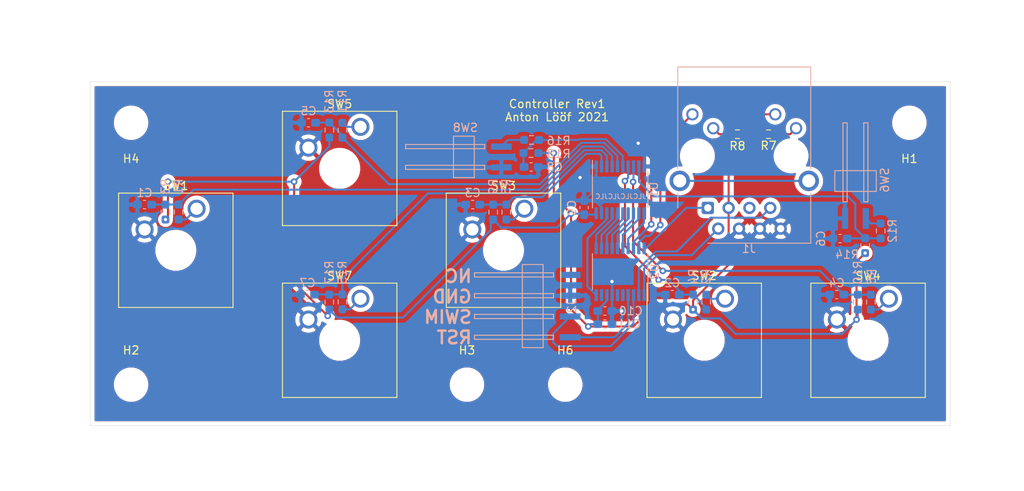
<source format=kicad_pcb>
(kicad_pcb (version 20171130) (host pcbnew "(5.1.9)-1")
  (layers (0 F.Cu signal) (31 B.Cu signal) (34 B.Paste user) (35 F.Paste user) (36 B.SilkS user) (37 F.SilkS user) (38 B.Mask user) (39 F.Mask user) (44 Edge.Cuts user))
  (net 0 "")
  (net 1 GND)
  (net 2 sw_left)
  (net 3 sw_a0)
  (net 4 sw_right)
  (net 5 sw_a1)
  (net 6 sw_up)
  (net 7 sw_back_r)
  (net 8 sw_down)
  (net 9 sw_back_l)
  (net 10 3v3)
  (net 11 /rst)
  (net 12 /swim)
  (net 13 "Net-(J2-Pad1)")
  (net 14 "Net-(R1-Pad2)")
  (net 15 "Net-(R2-Pad2)")
  (net 16 "Net-(R5-Pad2)")
  (net 17 "Net-(R6-Pad2)")
  (net 18 "Net-(J1-Pad12)")
  (net 19 "Net-(J1-Pad10)")
  (net 20 "Net-(R11-Pad2)")
  (net 21 "Net-(R12-Pad2)")
  (net 22 "Net-(R15-Pad2)")
  (net 23 "Net-(R16-Pad2)")
  (net 24 "Net-(U1-Pad18)")
  (net 25 "Net-(U1-Pad17)")
  (net 26 "Net-(U1-Pad16)")
  (net 27 "Net-(U1-Pad15)")
  (net 28 "Net-(U1-Pad14)")
  (net 29 "Net-(U1-Pad13)")
  (net 30 "Net-(U1-Pad12)")
  (net 31 "Net-(U1-Pad11)")
  (net 32 tx)
  (net 33 rxled)
  (net 34 txled)
  (net 35 "Net-(U2-Pad9)")
  (net 36 "Net-(U2-Pad6)")
  (net 37 "Net-(U2-Pad5)")
  (net 38 connected)
  (net 39 rx)
  (net 40 "Net-(J1-Pad5)")
  (net 41 "Net-(J1-PadSH)")
  (module Resistor_SMD:R_0603_1608Metric_Pad0.98x0.95mm_HandSolder (layer F.Cu) (at 132.0125 58.9 180)
    (fp_text reference R8 (at 0 -1.43) (layer F.SilkS))
    (fp_text value 330)
    (pad 2 smd roundrect (at 0.9125 0 180) (size 0.975 0.95) (layers F.Cu F.Paste F.Mask) (net 19 "Net-(J1-Pad10)"))
    (pad 1 smd roundrect (at -0.9125 0 180) (size 0.975 0.95) (layers F.Cu F.Paste F.Mask) (net 10 3v3))
  )
  (module good_things:TSM-102-01-l_SH (layer B.Cu) (at 100.4 61.7 270)
    (fp_text reference SW8 (at -3.6 1.6 180) (layer B.SilkS) (effects (justify mirror)))
    (fp_text value SW_back_l)
    (pad 1 smd rect (at -1.2895 -2.794 270) (size 0.762 2.54) (layers B.Cu B.Paste B.Mask) (net 23 "Net-(R16-Pad2)"))
    (pad 2 smd rect (at 1.2505 -2.794 270) (size 0.762 2.54) (layers B.Cu B.Paste B.Mask) (net 1 GND))
  )
  (module good_things:TSM-102-01-l_SH (layer B.Cu) (at 146.4 66.4 180)
    (fp_text reference SW6 (at -3.6 1.9 90) (layer B.SilkS) (effects (justify mirror)))
    (fp_text value SW_back_r)
    (pad 1 smd rect (at -1.2895 -2.794 180) (size 0.762 2.54) (layers B.Cu B.Paste B.Mask) (net 21 "Net-(R12-Pad2)"))
    (pad 2 smd rect (at 1.2505 -2.794 180) (size 0.762 2.54) (layers B.Cu B.Paste B.Mask) (net 1 GND))
  )
  (module Connector_RJ:RJ45_Cetus_J1B1211CCD_Horizontal (layer B.Cu) (at 128.4 67.9)
    (fp_text reference J1 (at 5 5) (layer B.SilkS) (effects (justify mirror)))
    (fp_text value j0011d21bnl)
    (pad 11 thru_hole circle (at 8.23 -11.43) (size 1.5 1.5) (drill 1.02) (layers *.Cu *.Mask) (net 34 txled))
    (pad 12 thru_hole circle (at 10.77 -9.73) (size 1.5 1.5) (drill 1.02) (layers *.Cu *.Mask) (net 18 "Net-(J1-Pad12)"))
    (pad 10 thru_hole circle (at 0.66 -9.73) (size 1.5 1.5) (drill 1.02) (layers *.Cu *.Mask) (net 19 "Net-(J1-Pad10)"))
    (pad 9 thru_hole circle (at -1.88 -11.43) (size 1.5 1.5) (drill 1.02) (layers *.Cu *.Mask) (net 33 rxled))
    (pad SH thru_hole circle (at 12.32 -3.3) (size 2.5 2.5) (drill 1.6) (layers *.Cu *.Mask) (net 41 "Net-(J1-PadSH)"))
    (pad 8 thru_hole circle (at 8.89 2.54) (size 1.5 1.5) (drill 0.9) (layers *.Cu *.Mask) (net 1 GND))
    (pad SH thru_hole circle (at -3.43 -3.3) (size 2.5 2.5) (drill 1.6) (layers *.Cu *.Mask) (net 41 "Net-(J1-PadSH)"))
    (pad 7 thru_hole circle (at 7.62 0) (size 1.5 1.5) (drill 0.9) (layers *.Cu *.Mask) (net 38 connected))
    (pad 6 thru_hole circle (at 6.35 2.54) (size 1.5 1.5) (drill 0.9) (layers *.Cu *.Mask) (net 1 GND))
    (pad 5 thru_hole circle (at 5.08 0) (size 1.5 1.5) (drill 0.9) (layers *.Cu *.Mask) (net 40 "Net-(J1-Pad5)"))
    (pad 4 thru_hole circle (at 3.81 2.54) (size 1.5 1.5) (drill 0.9) (layers *.Cu *.Mask) (net 1 GND))
    (pad 3 thru_hole circle (at 2.54 0) (size 1.5 1.5) (drill 0.9) (layers *.Cu *.Mask) (net 10 3v3))
    (pad 2 thru_hole circle (at 1.27 2.54) (size 1.5 1.5) (drill 0.9) (layers *.Cu *.Mask) (net 39 rx))
    (pad 1 thru_hole roundrect (at 0 0) (size 1.5 1.5) (drill 0.9) (layers *.Cu *.Mask) (roundrect_rratio 0.167) (net 32 tx))
    (pad "" np_thru_hole circle (at -1.27 -6.35) (size 3.25 3.25) (drill 3.25) (layers *.Cu *.Mask))
    (pad "" np_thru_hole circle (at 10.16 -6.35) (size 3.25 3.25) (drill 3.25) (layers *.Cu *.Mask))
  )
  (module Package_SO:TSSOP-20_4.4x6.5mm_P0.65mm (layer B.Cu) (at 117.7 75.7 90)
    (fp_text reference U2 (at 0 4.2 90) (layer B.SilkS) (effects (justify mirror)))
    (fp_text value STM8L101F3P)
    (pad 20 smd roundrect (at 2.8625 2.925 90) (size 1.475 0.4) (layers B.Cu B.Paste B.Mask) (net 32 tx))
    (pad 19 smd roundrect (at 2.8625 2.275 90) (size 1.475 0.4) (layers B.Cu B.Paste B.Mask) (net 34 txled))
    (pad 18 smd roundrect (at 2.8625 1.625 90) (size 1.475 0.4) (layers B.Cu B.Paste B.Mask) (net 33 rxled))
    (pad 17 smd roundrect (at 2.8625 0.975 90) (size 1.475 0.4) (layers B.Cu B.Paste B.Mask) (net 31 "Net-(U1-Pad11)"))
    (pad 16 smd roundrect (at 2.8625 0.325 90) (size 1.475 0.4) (layers B.Cu B.Paste B.Mask) (net 30 "Net-(U1-Pad12)"))
    (pad 15 smd roundrect (at 2.8625 -0.325 90) (size 1.475 0.4) (layers B.Cu B.Paste B.Mask) (net 29 "Net-(U1-Pad13)"))
    (pad 14 smd roundrect (at 2.8625 -0.975 90) (size 1.475 0.4) (layers B.Cu B.Paste B.Mask) (net 28 "Net-(U1-Pad14)"))
    (pad 13 smd roundrect (at 2.8625 -1.625 90) (size 1.475 0.4) (layers B.Cu B.Paste B.Mask) (net 27 "Net-(U1-Pad15)"))
    (pad 12 smd roundrect (at 2.8625 -2.275 90) (size 1.475 0.4) (layers B.Cu B.Paste B.Mask) (net 26 "Net-(U1-Pad16)"))
    (pad 11 smd roundrect (at 2.8625 -2.925 90) (size 1.475 0.4) (layers B.Cu B.Paste B.Mask) (net 25 "Net-(U1-Pad17)"))
    (pad 10 smd roundrect (at -2.8625 -2.925 90) (size 1.475 0.4) (layers B.Cu B.Paste B.Mask) (net 24 "Net-(U1-Pad18)"))
    (pad 9 smd roundrect (at -2.8625 -2.275 90) (size 1.475 0.4) (layers B.Cu B.Paste B.Mask) (net 35 "Net-(U2-Pad9)"))
    (pad 8 smd roundrect (at -2.8625 -1.625 90) (size 1.475 0.4) (layers B.Cu B.Paste B.Mask) (net 10 3v3))
    (pad 7 smd roundrect (at -2.8625 -0.975 90) (size 1.475 0.4) (layers B.Cu B.Paste B.Mask) (net 1 GND))
    (pad 6 smd roundrect (at -2.8625 -0.325 90) (size 1.475 0.4) (layers B.Cu B.Paste B.Mask) (net 36 "Net-(U2-Pad6)"))
    (pad 5 smd roundrect (at -2.8625 0.325 90) (size 1.475 0.4) (layers B.Cu B.Paste B.Mask) (net 37 "Net-(U2-Pad5)"))
    (pad 4 smd roundrect (at -2.8625 0.975 90) (size 1.475 0.4) (layers B.Cu B.Paste B.Mask) (net 11 /rst))
    (pad 3 smd roundrect (at -2.8625 1.625 90) (size 1.475 0.4) (layers B.Cu B.Paste B.Mask) (net 12 /swim))
    (pad 2 smd roundrect (at -2.8625 2.275 90) (size 1.475 0.4) (layers B.Cu B.Paste B.Mask) (net 38 connected))
    (pad 1 smd roundrect (at -2.8625 2.925 90) (size 1.475 0.4) (layers B.Cu B.Paste B.Mask) (net 39 rx))
  )
  (module Package_SO:TSSOP-20_4.4x6.5mm_P0.65mm (layer B.Cu) (at 117.7 65.7 270)
    (fp_text reference U1 (at 0 -4.1 90) (layer B.SilkS) (effects (justify mirror)))
    (fp_text value 74HCT541)
    (pad 20 smd roundrect (at 2.8625 2.925 270) (size 1.475 0.4) (layers B.Cu B.Paste B.Mask) (net 10 3v3))
    (pad 19 smd roundrect (at 2.8625 2.275 270) (size 1.475 0.4) (layers B.Cu B.Paste B.Mask) (net 1 GND))
    (pad 18 smd roundrect (at 2.8625 1.625 270) (size 1.475 0.4) (layers B.Cu B.Paste B.Mask) (net 24 "Net-(U1-Pad18)"))
    (pad 17 smd roundrect (at 2.8625 0.975 270) (size 1.475 0.4) (layers B.Cu B.Paste B.Mask) (net 25 "Net-(U1-Pad17)"))
    (pad 16 smd roundrect (at 2.8625 0.325 270) (size 1.475 0.4) (layers B.Cu B.Paste B.Mask) (net 26 "Net-(U1-Pad16)"))
    (pad 15 smd roundrect (at 2.8625 -0.325 270) (size 1.475 0.4) (layers B.Cu B.Paste B.Mask) (net 27 "Net-(U1-Pad15)"))
    (pad 14 smd roundrect (at 2.8625 -0.975 270) (size 1.475 0.4) (layers B.Cu B.Paste B.Mask) (net 28 "Net-(U1-Pad14)"))
    (pad 13 smd roundrect (at 2.8625 -1.625 270) (size 1.475 0.4) (layers B.Cu B.Paste B.Mask) (net 29 "Net-(U1-Pad13)"))
    (pad 12 smd roundrect (at 2.8625 -2.275 270) (size 1.475 0.4) (layers B.Cu B.Paste B.Mask) (net 30 "Net-(U1-Pad12)"))
    (pad 11 smd roundrect (at 2.8625 -2.925 270) (size 1.475 0.4) (layers B.Cu B.Paste B.Mask) (net 31 "Net-(U1-Pad11)"))
    (pad 10 smd roundrect (at -2.8625 -2.925 270) (size 1.475 0.4) (layers B.Cu B.Paste B.Mask) (net 1 GND))
    (pad 9 smd roundrect (at -2.8625 -2.275 270) (size 1.475 0.4) (layers B.Cu B.Paste B.Mask) (net 7 sw_back_r))
    (pad 8 smd roundrect (at -2.8625 -1.625 270) (size 1.475 0.4) (layers B.Cu B.Paste B.Mask) (net 5 sw_a1))
    (pad 7 smd roundrect (at -2.8625 -0.975 270) (size 1.475 0.4) (layers B.Cu B.Paste B.Mask) (net 3 sw_a0))
    (pad 6 smd roundrect (at -2.8625 -0.325 270) (size 1.475 0.4) (layers B.Cu B.Paste B.Mask) (net 9 sw_back_l))
    (pad 5 smd roundrect (at -2.8625 0.325 270) (size 1.475 0.4) (layers B.Cu B.Paste B.Mask) (net 6 sw_up))
    (pad 4 smd roundrect (at -2.8625 0.975 270) (size 1.475 0.4) (layers B.Cu B.Paste B.Mask) (net 2 sw_left))
    (pad 3 smd roundrect (at -2.8625 1.625 270) (size 1.475 0.4) (layers B.Cu B.Paste B.Mask) (net 8 sw_down))
    (pad 2 smd roundrect (at -2.8625 2.275 270) (size 1.475 0.4) (layers B.Cu B.Paste B.Mask) (net 4 sw_right))
    (pad 1 smd roundrect (at -2.8625 2.925 270) (size 1.475 0.4) (layers B.Cu B.Paste B.Mask) (net 1 GND))
  )
  (module Button_Switch_Keyboard:SW_Cherry_MX_1.00u_Plate (layer F.Cu) (at 86 79)
    (fp_text reference SW7 (at -2.54 -2.794) (layer F.SilkS))
    (fp_text value SW_down)
    (pad "" np_thru_hole circle (at -2.54 5.08) (size 4 4) (drill 4) (layers *.Cu *.Mask))
    (pad 2 thru_hole circle (at -6.35 2.54) (size 2.2 2.2) (drill 1.5) (layers *.Cu *.Mask) (net 1 GND))
    (pad 1 thru_hole circle (at 0 0) (size 2.2 2.2) (drill 1.5) (layers *.Cu *.Mask) (net 22 "Net-(R15-Pad2)"))
  )
  (module Button_Switch_Keyboard:SW_Cherry_MX_1.00u_Plate (layer F.Cu) (at 86 58)
    (fp_text reference SW5 (at -2.54 -2.794) (layer F.SilkS))
    (fp_text value SW_up)
    (pad "" np_thru_hole circle (at -2.54 5.08) (size 4 4) (drill 4) (layers *.Cu *.Mask))
    (pad 2 thru_hole circle (at -6.35 2.54) (size 2.2 2.2) (drill 1.5) (layers *.Cu *.Mask) (net 1 GND))
    (pad 1 thru_hole circle (at 0 0) (size 2.2 2.2) (drill 1.5) (layers *.Cu *.Mask) (net 20 "Net-(R11-Pad2)"))
  )
  (module Button_Switch_Keyboard:SW_Cherry_MX_1.00u_Plate (layer F.Cu) (at 150.5 79)
    (fp_text reference SW4 (at -2.54 -2.794) (layer F.SilkS))
    (fp_text value SW_a1)
    (pad "" np_thru_hole circle (at -2.54 5.08) (size 4 4) (drill 4) (layers *.Cu *.Mask))
    (pad 2 thru_hole circle (at -6.35 2.54) (size 2.2 2.2) (drill 1.5) (layers *.Cu *.Mask) (net 1 GND))
    (pad 1 thru_hole circle (at 0 0) (size 2.2 2.2) (drill 1.5) (layers *.Cu *.Mask) (net 17 "Net-(R6-Pad2)"))
  )
  (module Button_Switch_Keyboard:SW_Cherry_MX_1.00u_Plate (layer F.Cu) (at 106 68)
    (fp_text reference SW3 (at -2.54 -2.794) (layer F.SilkS))
    (fp_text value SW_right)
    (pad "" np_thru_hole circle (at -2.54 5.08) (size 4 4) (drill 4) (layers *.Cu *.Mask))
    (pad 2 thru_hole circle (at -6.35 2.54) (size 2.2 2.2) (drill 1.5) (layers *.Cu *.Mask) (net 1 GND))
    (pad 1 thru_hole circle (at 0 0) (size 2.2 2.2) (drill 1.5) (layers *.Cu *.Mask) (net 16 "Net-(R5-Pad2)"))
  )
  (module Button_Switch_Keyboard:SW_Cherry_MX_1.00u_Plate (layer F.Cu) (at 130.5 79)
    (fp_text reference SW2 (at -2.54 -2.794) (layer F.SilkS))
    (fp_text value SW_a0)
    (pad "" np_thru_hole circle (at -2.54 5.08) (size 4 4) (drill 4) (layers *.Cu *.Mask))
    (pad 2 thru_hole circle (at -6.35 2.54) (size 2.2 2.2) (drill 1.5) (layers *.Cu *.Mask) (net 1 GND))
    (pad 1 thru_hole circle (at 0 0) (size 2.2 2.2) (drill 1.5) (layers *.Cu *.Mask) (net 15 "Net-(R2-Pad2)"))
  )
  (module Button_Switch_Keyboard:SW_Cherry_MX_1.00u_Plate (layer F.Cu) (at 66 68)
    (fp_text reference SW1 (at -2.54 -2.794) (layer F.SilkS))
    (fp_text value SW_left)
    (pad "" np_thru_hole circle (at -2.54 5.08) (size 4 4) (drill 4) (layers *.Cu *.Mask))
    (pad 2 thru_hole circle (at -6.35 2.54) (size 2.2 2.2) (drill 1.5) (layers *.Cu *.Mask) (net 1 GND))
    (pad 1 thru_hole circle (at 0 0) (size 2.2 2.2) (drill 1.5) (layers *.Cu *.Mask) (net 14 "Net-(R1-Pad2)"))
  )
  (module Resistor_SMD:R_0603_1608Metric_Pad0.98x0.95mm_HandSolder (layer B.Cu) (at 106.8125 61.2)
    (fp_text reference R18 (at 3.3875 0.1) (layer B.SilkS) (effects (justify mirror)))
    (fp_text value 10k)
    (pad 2 smd roundrect (at 0.9125 0) (size 0.975 0.95) (layers B.Cu B.Paste B.Mask) (net 10 3v3))
    (pad 1 smd roundrect (at -0.9125 0) (size 0.975 0.95) (layers B.Cu B.Paste B.Mask) (net 9 sw_back_l))
  )
  (module Resistor_SMD:R_0603_1608Metric_Pad0.98x0.95mm_HandSolder (layer B.Cu) (at 82.2 79.4125 270)
    (fp_text reference R17 (at -3.6125 0 90) (layer B.SilkS) (effects (justify mirror)))
    (fp_text value 10k)
    (pad 2 smd roundrect (at 0.9125 0 270) (size 0.975 0.95) (layers B.Cu B.Paste B.Mask) (net 10 3v3))
    (pad 1 smd roundrect (at -0.9125 0 270) (size 0.975 0.95) (layers B.Cu B.Paste B.Mask) (net 8 sw_down))
  )
  (module Resistor_SMD:R_0603_1608Metric_Pad0.98x0.95mm_HandSolder (layer B.Cu) (at 106.8875 59.6 180)
    (fp_text reference R16 (at -3.3125 -0.1) (layer B.SilkS) (effects (justify mirror)))
    (fp_text value 1k)
    (pad 2 smd roundrect (at 0.9125 0 180) (size 0.975 0.95) (layers B.Cu B.Paste B.Mask) (net 23 "Net-(R16-Pad2)"))
    (pad 1 smd roundrect (at -0.9125 0 180) (size 0.975 0.95) (layers B.Cu B.Paste B.Mask) (net 9 sw_back_l))
  )
  (module Resistor_SMD:R_0603_1608Metric_Pad0.98x0.95mm_HandSolder (layer B.Cu) (at 83.8 79.3875 270)
    (fp_text reference R15 (at -3.5875 0 90) (layer B.SilkS) (effects (justify mirror)))
    (fp_text value 1k)
    (pad 2 smd roundrect (at 0.9125 0 270) (size 0.975 0.95) (layers B.Cu B.Paste B.Mask) (net 22 "Net-(R15-Pad2)"))
    (pad 1 smd roundrect (at -0.9125 0 270) (size 0.975 0.95) (layers B.Cu B.Paste B.Mask) (net 8 sw_down))
  )
  (module Resistor_SMD:R_0603_1608Metric_Pad0.98x0.95mm_HandSolder (layer B.Cu) (at 147.6 72.5125 270)
    (fp_text reference R14 (at 1.0875 2.2) (layer B.SilkS) (effects (justify mirror)))
    (fp_text value 10k)
    (pad 2 smd roundrect (at 0.9125 0 270) (size 0.975 0.95) (layers B.Cu B.Paste B.Mask) (net 10 3v3))
    (pad 1 smd roundrect (at -0.9125 0 270) (size 0.975 0.95) (layers B.Cu B.Paste B.Mask) (net 7 sw_back_r))
  )
  (module Resistor_SMD:R_0603_1608Metric_Pad0.98x0.95mm_HandSolder (layer B.Cu) (at 82.2 58.3875 270)
    (fp_text reference R13 (at -3.4875 0 90) (layer B.SilkS) (effects (justify mirror)))
    (fp_text value 10k)
    (pad 2 smd roundrect (at 0.9125 0 270) (size 0.975 0.95) (layers B.Cu B.Paste B.Mask) (net 10 3v3))
    (pad 1 smd roundrect (at -0.9125 0 270) (size 0.975 0.95) (layers B.Cu B.Paste B.Mask) (net 6 sw_up))
  )
  (module Resistor_SMD:R_0603_1608Metric_Pad0.98x0.95mm_HandSolder (layer B.Cu) (at 149.5 70.7125 90)
    (fp_text reference R12 (at 0 1.43 90) (layer B.SilkS) (effects (justify mirror)))
    (fp_text value 1k)
    (pad 2 smd roundrect (at 0.9125 0 90) (size 0.975 0.95) (layers B.Cu B.Paste B.Mask) (net 21 "Net-(R12-Pad2)"))
    (pad 1 smd roundrect (at -0.9125 0 90) (size 0.975 0.95) (layers B.Cu B.Paste B.Mask) (net 7 sw_back_r))
  )
  (module Resistor_SMD:R_0603_1608Metric_Pad0.98x0.95mm_HandSolder (layer B.Cu) (at 83.8 58.4125 90)
    (fp_text reference R11 (at 3.5125 0 90) (layer B.SilkS) (effects (justify mirror)))
    (fp_text value 1k)
    (pad 2 smd roundrect (at 0.9125 0 90) (size 0.975 0.95) (layers B.Cu B.Paste B.Mask) (net 20 "Net-(R11-Pad2)"))
    (pad 1 smd roundrect (at -0.9125 0 90) (size 0.975 0.95) (layers B.Cu B.Paste B.Mask) (net 6 sw_up))
  )
  (module Resistor_SMD:R_0603_1608Metric_Pad0.98x0.95mm_HandSolder (layer B.Cu) (at 146.7 79.4125 270)
    (fp_text reference R10 (at -3.6125 0 90) (layer B.SilkS) (effects (justify mirror)))
    (fp_text value 10k)
    (pad 2 smd roundrect (at 0.9125 0 270) (size 0.975 0.95) (layers B.Cu B.Paste B.Mask) (net 10 3v3))
    (pad 1 smd roundrect (at -0.9125 0 270) (size 0.975 0.95) (layers B.Cu B.Paste B.Mask) (net 5 sw_a1))
  )
  (module Resistor_SMD:R_0603_1608Metric_Pad0.98x0.95mm_HandSolder (layer B.Cu) (at 102.2 68.4125 270)
    (fp_text reference R9 (at -3.1125 0 90) (layer B.SilkS) (effects (justify mirror)))
    (fp_text value 10k)
    (pad 2 smd roundrect (at 0.9125 0 270) (size 0.975 0.95) (layers B.Cu B.Paste B.Mask) (net 10 3v3))
    (pad 1 smd roundrect (at -0.9125 0 270) (size 0.975 0.95) (layers B.Cu B.Paste B.Mask) (net 4 sw_right))
  )
  (module Resistor_SMD:R_0603_1608Metric_Pad0.98x0.95mm_HandSolder (layer F.Cu) (at 135.8125 58.9)
    (fp_text reference R7 (at 0 1.4) (layer F.SilkS))
    (fp_text value 330)
    (pad 2 smd roundrect (at 0.9125 0) (size 0.975 0.95) (layers F.Cu F.Paste F.Mask) (net 18 "Net-(J1-Pad12)"))
    (pad 1 smd roundrect (at -0.9125 0) (size 0.975 0.95) (layers F.Cu F.Paste F.Mask) (net 10 3v3))
  )
  (module Resistor_SMD:R_0603_1608Metric_Pad0.98x0.95mm_HandSolder (layer B.Cu) (at 148.3 79.4125 270)
    (fp_text reference R6 (at -3.1125 -0.1 90) (layer B.SilkS) (effects (justify mirror)))
    (fp_text value 1k)
    (pad 2 smd roundrect (at 0.9125 0 270) (size 0.975 0.95) (layers B.Cu B.Paste B.Mask) (net 17 "Net-(R6-Pad2)"))
    (pad 1 smd roundrect (at -0.9125 0 270) (size 0.975 0.95) (layers B.Cu B.Paste B.Mask) (net 5 sw_a1))
  )
  (module Resistor_SMD:R_0603_1608Metric_Pad0.98x0.95mm_HandSolder (layer B.Cu) (at 103.8 68.4125 270)
    (fp_text reference R5 (at -3.1125 0 90) (layer B.SilkS) (effects (justify mirror)))
    (fp_text value 1k)
    (pad 2 smd roundrect (at 0.9125 0 270) (size 0.975 0.95) (layers B.Cu B.Paste B.Mask) (net 16 "Net-(R5-Pad2)"))
    (pad 1 smd roundrect (at -0.9125 0 270) (size 0.975 0.95) (layers B.Cu B.Paste B.Mask) (net 4 sw_right))
  )
  (module Resistor_SMD:R_0603_1608Metric_Pad0.98x0.95mm_HandSolder (layer B.Cu) (at 126.6 79.4125 270)
    (fp_text reference R4 (at -3.1125 0 90) (layer B.SilkS) (effects (justify mirror)))
    (fp_text value 10k)
    (pad 2 smd roundrect (at 0.9125 0 270) (size 0.975 0.95) (layers B.Cu B.Paste B.Mask) (net 10 3v3))
    (pad 1 smd roundrect (at -0.9125 0 270) (size 0.975 0.95) (layers B.Cu B.Paste B.Mask) (net 3 sw_a0))
  )
  (module Resistor_SMD:R_0603_1608Metric_Pad0.98x0.95mm_HandSolder (layer B.Cu) (at 62.2 68.4125 270)
    (fp_text reference R3 (at -3.1125 0 90) (layer B.SilkS) (effects (justify mirror)))
    (fp_text value 10k)
    (pad 2 smd roundrect (at 0.9125 0 270) (size 0.975 0.95) (layers B.Cu B.Paste B.Mask) (net 10 3v3))
    (pad 1 smd roundrect (at -0.9125 0 270) (size 0.975 0.95) (layers B.Cu B.Paste B.Mask) (net 2 sw_left))
  )
  (module Resistor_SMD:R_0603_1608Metric_Pad0.98x0.95mm_HandSolder (layer B.Cu) (at 128.2 79.4125 90)
    (fp_text reference R2 (at 3.1125 0 90) (layer B.SilkS) (effects (justify mirror)))
    (fp_text value 1k)
    (pad 2 smd roundrect (at 0.9125 0 90) (size 0.975 0.95) (layers B.Cu B.Paste B.Mask) (net 15 "Net-(R2-Pad2)"))
    (pad 1 smd roundrect (at -0.9125 0 90) (size 0.975 0.95) (layers B.Cu B.Paste B.Mask) (net 3 sw_a0))
  )
  (module Resistor_SMD:R_0603_1608Metric_Pad0.98x0.95mm_HandSolder (layer B.Cu) (at 63.8 68.4 270)
    (fp_text reference R1 (at -3.1 0 90) (layer B.SilkS) (effects (justify mirror)))
    (fp_text value 1k)
    (pad 2 smd roundrect (at 0.9125 0 270) (size 0.975 0.95) (layers B.Cu B.Paste B.Mask) (net 14 "Net-(R1-Pad2)"))
    (pad 1 smd roundrect (at -0.9125 0 270) (size 0.975 0.95) (layers B.Cu B.Paste B.Mask) (net 2 sw_left))
  )
  (module good_things:TSM-104-01-L-SH (layer B.Cu) (at 111.6 79.9 270)
    (fp_text reference J2 (at 0 -0.2 90) (layer B.SilkS) (effects (justify mirror)))
    (fp_text value swim_header)
    (pad 4 smd rect (at 3.8105 0 270) (size 0.762 2.54) (layers B.Cu B.Paste B.Mask) (net 11 /rst))
    (pad 3 smd rect (at 1.2705 0 270) (size 0.762 2.54) (layers B.Cu B.Paste B.Mask) (net 12 /swim))
    (pad 2 smd rect (at -1.2695 0 270) (size 0.762 2.54) (layers B.Cu B.Paste B.Mask) (net 1 GND))
    (pad 1 smd rect (at -3.8095 0 270) (size 0.762 2.54) (layers B.Cu B.Paste B.Mask) (net 13 "Net-(J2-Pad1)"))
  )
  (module MountingHole:MountingHole_3.2mm_M3 (layer F.Cu) (at 111 89.5)
    (fp_text reference H6 (at 0 -4.2) (layer F.SilkS))
    (fp_text value MountingHole)
    (pad 1 np_thru_hole circle (at 0 0) (size 3.2 3.2) (drill 3.2) (layers *.Cu *.Mask))
  )
  (module MountingHole:MountingHole_3.2mm_M3 (layer F.Cu) (at 58 57.5)
    (fp_text reference H4 (at 0 4.4) (layer F.SilkS))
    (fp_text value MountingHole)
    (pad 1 np_thru_hole circle (at 0 0) (size 3.2 3.2) (drill 3.2) (layers *.Cu *.Mask))
  )
  (module MountingHole:MountingHole_3.2mm_M3 (layer F.Cu) (at 99 89.5)
    (fp_text reference H3 (at 0 -4.2) (layer F.SilkS))
    (fp_text value MountingHole)
    (pad 1 np_thru_hole circle (at 0 0) (size 3.2 3.2) (drill 3.2) (layers *.Cu *.Mask))
  )
  (module MountingHole:MountingHole_3.2mm_M3 (layer F.Cu) (at 58 89.5)
    (fp_text reference H2 (at 0 -4.2) (layer F.SilkS))
    (fp_text value MountingHole)
    (pad 1 np_thru_hole circle (at 0 0) (size 3.2 3.2) (drill 3.2) (layers *.Cu *.Mask))
  )
  (module MountingHole:MountingHole_3.2mm_M3 (layer F.Cu) (at 153 57.5)
    (fp_text reference H1 (at 0 4.4) (layer F.SilkS))
    (fp_text value MountingHole)
    (pad 1 np_thru_hole circle (at 0 0) (size 3.2 3.2) (drill 3.2) (layers *.Cu *.Mask))
  )
  (module Capacitor_SMD:C_0603_1608Metric_Pad1.08x0.95mm_HandSolder (layer B.Cu) (at 115.8375 82.1)
    (fp_text reference C11 (at 2.9625 0) (layer B.SilkS) (effects (justify mirror)))
    (fp_text value 10u)
    (pad 2 smd roundrect (at 0.8625 0) (size 1.075 0.95) (layers B.Cu B.Paste B.Mask) (net 1 GND))
    (pad 1 smd roundrect (at -0.8625 0) (size 1.075 0.95) (layers B.Cu B.Paste B.Mask) (net 10 3v3))
  )
  (module Capacitor_SMD:C_0603_1608Metric_Pad1.08x0.95mm_HandSolder (layer B.Cu) (at 115.8375 80.5)
    (fp_text reference C10 (at 3.1625 0) (layer B.SilkS) (effects (justify mirror)))
    (fp_text value 100n)
    (pad 2 smd roundrect (at 0.8625 0) (size 1.075 0.95) (layers B.Cu B.Paste B.Mask) (net 1 GND))
    (pad 1 smd roundrect (at -0.8625 0) (size 1.075 0.95) (layers B.Cu B.Paste B.Mask) (net 10 3v3))
  )
  (module Capacitor_SMD:C_0603_1608Metric_Pad1.08x0.95mm_HandSolder (layer B.Cu) (at 113.3 67.8625 90)
    (fp_text reference C9 (at -0.0375 -1.5 90) (layer B.SilkS) (effects (justify mirror)))
    (fp_text value 100n)
    (pad 2 smd roundrect (at 0.8625 0 90) (size 1.075 0.95) (layers B.Cu B.Paste B.Mask) (net 1 GND))
    (pad 1 smd roundrect (at -0.8625 0 90) (size 1.075 0.95) (layers B.Cu B.Paste B.Mask) (net 10 3v3))
  )
  (module Capacitor_SMD:C_0603_1608Metric_Pad1.08x0.95mm_HandSolder (layer B.Cu) (at 106.8375 62.9)
    (fp_text reference C8 (at 2.8625 0) (layer B.SilkS) (effects (justify mirror)))
    (fp_text value 100n)
    (pad 2 smd roundrect (at 0.8625 0) (size 1.075 0.95) (layers B.Cu B.Paste B.Mask) (net 1 GND))
    (pad 1 smd roundrect (at -0.8625 0) (size 1.075 0.95) (layers B.Cu B.Paste B.Mask) (net 9 sw_back_l))
  )
  (module Capacitor_SMD:C_0603_1608Metric_Pad1.08x0.95mm_HandSolder (layer B.Cu) (at 79.5375 78.5 180)
    (fp_text reference C7 (at 0 1.43) (layer B.SilkS) (effects (justify mirror)))
    (fp_text value 100n)
    (pad 2 smd roundrect (at 0.8625 0 180) (size 1.075 0.95) (layers B.Cu B.Paste B.Mask) (net 1 GND))
    (pad 1 smd roundrect (at -0.8625 0 180) (size 1.075 0.95) (layers B.Cu B.Paste B.Mask) (net 8 sw_down))
  )
  (module Capacitor_SMD:C_0603_1608Metric_Pad1.08x0.95mm_HandSolder (layer B.Cu) (at 144.5375 71.65 180)
    (fp_text reference C6 (at 2.3375 0 90) (layer B.SilkS) (effects (justify mirror)))
    (fp_text value 100n)
    (pad 2 smd roundrect (at 0.8625 0 180) (size 1.075 0.95) (layers B.Cu B.Paste B.Mask) (net 1 GND))
    (pad 1 smd roundrect (at -0.8625 0 180) (size 1.075 0.95) (layers B.Cu B.Paste B.Mask) (net 7 sw_back_r))
  )
  (module Capacitor_SMD:C_0603_1608Metric_Pad1.08x0.95mm_HandSolder (layer B.Cu) (at 79.6625 57.5 180)
    (fp_text reference C5 (at 0 1.43) (layer B.SilkS) (effects (justify mirror)))
    (fp_text value 100n)
    (pad 2 smd roundrect (at 0.8625 0 180) (size 1.075 0.95) (layers B.Cu B.Paste B.Mask) (net 1 GND))
    (pad 1 smd roundrect (at -0.8625 0 180) (size 1.075 0.95) (layers B.Cu B.Paste B.Mask) (net 6 sw_up))
  )
  (module Capacitor_SMD:C_0603_1608Metric_Pad1.08x0.95mm_HandSolder (layer B.Cu) (at 144.1375 78.5 180)
    (fp_text reference C4 (at 0 1.43) (layer B.SilkS) (effects (justify mirror)))
    (fp_text value 100n)
    (pad 2 smd roundrect (at 0.8625 0 180) (size 1.075 0.95) (layers B.Cu B.Paste B.Mask) (net 1 GND))
    (pad 1 smd roundrect (at -0.8625 0 180) (size 1.075 0.95) (layers B.Cu B.Paste B.Mask) (net 5 sw_a1))
  )
  (module Capacitor_SMD:C_0603_1608Metric_Pad1.08x0.95mm_HandSolder (layer B.Cu) (at 99.7 67.5 180)
    (fp_text reference C3 (at 0 1.43) (layer B.SilkS) (effects (justify mirror)))
    (fp_text value 100n)
    (pad 2 smd roundrect (at 0.8625 0 180) (size 1.075 0.95) (layers B.Cu B.Paste B.Mask) (net 1 GND))
    (pad 1 smd roundrect (at -0.8625 0 180) (size 1.075 0.95) (layers B.Cu B.Paste B.Mask) (net 4 sw_right))
  )
  (module Capacitor_SMD:C_0603_1608Metric_Pad1.08x0.95mm_HandSolder (layer B.Cu) (at 124.0625 78.5 180)
    (fp_text reference C2 (at 0 1.43) (layer B.SilkS) (effects (justify mirror)))
    (fp_text value 100n)
    (pad 2 smd roundrect (at 0.8625 0 180) (size 1.075 0.95) (layers B.Cu B.Paste B.Mask) (net 1 GND))
    (pad 1 smd roundrect (at -0.8625 0 180) (size 1.075 0.95) (layers B.Cu B.Paste B.Mask) (net 3 sw_a0))
  )
  (module Capacitor_SMD:C_0603_1608Metric_Pad1.08x0.95mm_HandSolder (layer B.Cu) (at 59.6375 67.5 180)
    (fp_text reference C1 (at 0 1.43) (layer B.SilkS) (effects (justify mirror)))
    (fp_text value 100n)
    (pad 2 smd roundrect (at 0.8625 0 180) (size 1.075 0.95) (layers B.Cu B.Paste B.Mask) (net 1 GND))
    (pad 1 smd roundrect (at -0.8625 0 180) (size 1.075 0.95) (layers B.Cu B.Paste B.Mask) (net 2 sw_left))
  )
  (gr_text "NC\nGND\nSWIM\nRST" (at 99.75 80) (layer B.SilkS) (effects (font (size 1.55 1.55) (thickness 0.3)) (justify left mirror)))
  (gr_text "Controller Rev1\nAnton Lööf 2021" (at 110 56) (layer F.SilkS) (effects (font (size 1 1))))
  (gr_text JLCJLCJLCJLC (at 117.75 66.5) (layer B.SilkS) (effects (font (size 0.6 0.6) (thickness 0.1)) (justify mirror)))
  (gr_line (start 158 52.5) (end 53 52.5) (layer Edge.Cuts) (width 0.05))
  (gr_line (start 158 94.5) (end 158 52.5) (layer Edge.Cuts) (width 0.05))
  (gr_line (start 53 94.5) (end 158 94.5) (layer Edge.Cuts) (width 0.05))
  (gr_line (start 53 52.5) (end 53 94.5) (layer Edge.Cuts) (width 0.05))
  (segment (start 116.7 78.5875) (end 116.725 78.5625) (width 0.25) (layer B.Cu) (net 1))
  (segment (start 116.7 82.1) (end 116.7 78.5875) (width 0.25) (layer B.Cu) (net 1))
  (segment (start 114.6 67) (end 113.3 67) (width 0.25) (layer B.Cu) (net 1))
  (segment (start 115.425 67.825) (end 114.6 67) (width 0.25) (layer B.Cu) (net 1))
  (segment (start 115.425 68.5625) (end 115.425 67.825) (width 0.25) (layer B.Cu) (net 1))
  (segment (start 114.775 65.525) (end 113.3 67) (width 0.25) (layer B.Cu) (net 1))
  (segment (start 114.775 62.8375) (end 114.775 65.525) (width 0.25) (layer B.Cu) (net 1))
  (segment (start 120.625 62.8375) (end 120.625 61.475) (width 0.25) (layer B.Cu) (net 1))
  (segment (start 120.625 61.475) (end 120.7 61.4) (width 0.25) (layer B.Cu) (net 1))
  (segment (start 120.7 61.4) (end 120.8 61.3) (width 0.25) (layer B.Cu) (net 1))
  (via (at 119.9 60) (size 0.8) (drill 0.4) (layers F.Cu B.Cu) (net 1))
  (segment (start 120.625 60.725) (end 119.9 60) (width 0.25) (layer B.Cu) (net 1))
  (segment (start 120.625 62.8375) (end 120.625 60.725) (width 0.25) (layer B.Cu) (net 1))
  (via (at 112.8 64.2) (size 0.8) (drill 0.4) (layers F.Cu B.Cu) (net 1))
  (segment (start 114.1625 62.8375) (end 112.8 64.2) (width 0.25) (layer B.Cu) (net 1))
  (segment (start 114.775 62.8375) (end 114.1625 62.8375) (width 0.25) (layer B.Cu) (net 1))
  (via (at 116.7 76.9) (size 0.8) (drill 0.4) (layers F.Cu B.Cu) (net 1))
  (segment (start 116.725 76.925) (end 116.7 76.9) (width 0.25) (layer B.Cu) (net 1))
  (segment (start 116.725 78.5625) (end 116.725 76.925) (width 0.25) (layer B.Cu) (net 1))
  (via (at 117.9 80.5) (size 0.8) (drill 0.4) (layers F.Cu B.Cu) (net 1))
  (segment (start 116.7 80.5) (end 117.9 80.5) (width 0.25) (layer B.Cu) (net 1))
  (segment (start 62.2125 67.4875) (end 62.2 67.5) (width 0.25) (layer B.Cu) (net 2))
  (segment (start 63.8 67.4875) (end 62.2125 67.4875) (width 0.25) (layer B.Cu) (net 2))
  (segment (start 62.2 67.5) (end 60.5 67.5) (width 0.25) (layer B.Cu) (net 2))
  (segment (start 116.725 62.8375) (end 116.725 61.552178) (width 0.25) (layer B.Cu) (net 2))
  (segment (start 116.725 61.552178) (end 115.5728 60.399978) (width 0.25) (layer B.Cu) (net 2))
  (segment (start 115.5728 60.399978) (end 113.1272 60.399978) (width 0.25) (layer B.Cu) (net 2))
  (segment (start 107.852201 65.674978) (end 65.612521 65.674979) (width 0.25) (layer B.Cu) (net 2))
  (segment (start 65.612521 65.674979) (end 63.8 67.4875) (width 0.25) (layer B.Cu) (net 2))
  (segment (start 113.1272 60.399978) (end 107.852201 65.674978) (width 0.25) (layer B.Cu) (net 2))
  (segment (start 128.2 80.1) (end 126.6 78.5) (width 0.25) (layer B.Cu) (net 3))
  (segment (start 128.2 80.325) (end 128.2 80.1) (width 0.25) (layer B.Cu) (net 3))
  (segment (start 126.6 78.5) (end 124.925 78.5) (width 0.25) (layer B.Cu) (net 3))
  (via (at 122.4 76.7) (size 0.8) (drill 0.4) (layers F.Cu B.Cu) (net 3))
  (segment (start 124.925 78.5) (end 124.925 78.025) (width 0.25) (layer B.Cu) (net 3))
  (segment (start 124.925 78.025) (end 123.6 76.7) (width 0.25) (layer B.Cu) (net 3))
  (segment (start 123.6 76.7) (end 122.4 76.7) (width 0.25) (layer B.Cu) (net 3))
  (segment (start 118.675 62.8375) (end 118.675 64.220545) (width 0.25) (layer B.Cu) (net 3))
  (via (at 118.280908 64.614637) (size 0.8) (drill 0.4) (layers F.Cu B.Cu) (net 3))
  (segment (start 118.675 64.220545) (end 118.280908 64.614637) (width 0.25) (layer B.Cu) (net 3))
  (segment (start 122.4 76.7) (end 118.280908 72.580908) (width 0.25) (layer F.Cu) (net 3))
  (segment (start 118.280908 72.580908) (end 118.280908 64.614637) (width 0.25) (layer F.Cu) (net 3))
  (segment (start 100.5625 67.5) (end 103.16359 67.5) (width 0.25) (layer B.Cu) (net 4))
  (segment (start 103.8 67.5) (end 103.16359 67.5) (width 0.25) (layer B.Cu) (net 4))
  (segment (start 115.425 61.525) (end 115.425 62.8375) (width 0.25) (layer B.Cu) (net 4))
  (segment (start 103.8 67.5) (end 104.725001 66.574999) (width 0.25) (layer B.Cu) (net 4))
  (segment (start 104.725001 66.574999) (end 108.225001 66.574999) (width 0.25) (layer B.Cu) (net 4))
  (segment (start 108.225001 66.574999) (end 113.5 61.3) (width 0.25) (layer B.Cu) (net 4))
  (segment (start 113.5 61.3) (end 115.2 61.3) (width 0.25) (layer B.Cu) (net 4))
  (segment (start 115.2 61.3) (end 115.425 61.525) (width 0.25) (layer B.Cu) (net 4))
  (segment (start 148.3 78.5) (end 145 78.5) (width 0.25) (layer B.Cu) (net 5))
  (via (at 122.9 75.6) (size 0.8) (drill 0.4) (layers F.Cu B.Cu) (net 5))
  (segment (start 145 78.5) (end 142.1 75.6) (width 0.25) (layer B.Cu) (net 5))
  (segment (start 142.1 75.6) (end 122.9 75.6) (width 0.25) (layer B.Cu) (net 5))
  (segment (start 119.325 64.670941) (end 119.275284 64.720657) (width 0.25) (layer B.Cu) (net 5))
  (segment (start 119.325 62.8375) (end 119.325 64.670941) (width 0.25) (layer B.Cu) (net 5))
  (segment (start 122.9 75.6) (end 119.275284 71.975284) (width 0.25) (layer F.Cu) (net 5))
  (segment (start 119.275284 71.975284) (end 119.275284 64.720657) (width 0.25) (layer F.Cu) (net 5))
  (via (at 119.275284 64.720657) (size 0.8) (drill 0.4) (layers F.Cu B.Cu) (net 5))
  (segment (start 83.8 59.075) (end 82.2 57.475) (width 0.25) (layer B.Cu) (net 6))
  (segment (start 83.8 59.325) (end 83.8 59.075) (width 0.25) (layer B.Cu) (net 6))
  (segment (start 80.55 57.475) (end 80.525 57.5) (width 0.25) (layer B.Cu) (net 6))
  (segment (start 82.2 57.475) (end 80.55 57.475) (width 0.25) (layer B.Cu) (net 6))
  (segment (start 117.375 62.8375) (end 117.375 61.565767) (width 0.25) (layer B.Cu) (net 6))
  (segment (start 112.9408 59.949967) (end 107.890768 65) (width 0.25) (layer B.Cu) (net 6))
  (segment (start 115.7592 59.949967) (end 112.9408 59.949967) (width 0.25) (layer B.Cu) (net 6))
  (segment (start 107.890768 65) (end 89.475 65) (width 0.25) (layer B.Cu) (net 6))
  (segment (start 89.475 65) (end 83.8 59.325) (width 0.25) (layer B.Cu) (net 6))
  (segment (start 117.375 61.565767) (end 115.7592 59.949967) (width 0.25) (layer B.Cu) (net 6))
  (segment (start 145.425 71.625) (end 145.4 71.65) (width 0.25) (layer B.Cu) (net 7))
  (segment (start 149.5 71.625) (end 145.425 71.625) (width 0.25) (layer B.Cu) (net 7))
  (segment (start 121.8 66.5) (end 120 64.7) (width 0.25) (layer B.Cu) (net 7))
  (segment (start 145.5 66.5) (end 121.8 66.5) (width 0.25) (layer B.Cu) (net 7))
  (segment (start 146.4 67.4) (end 145.5 66.5) (width 0.25) (layer B.Cu) (net 7))
  (segment (start 120 62.8625) (end 119.975 62.8375) (width 0.25) (layer B.Cu) (net 7))
  (segment (start 120 64.7) (end 120 62.8625) (width 0.25) (layer B.Cu) (net 7))
  (segment (start 147.6 71.6) (end 146.4 70.4) (width 0.25) (layer B.Cu) (net 7))
  (segment (start 146.4 70.4) (end 146.4 67.4) (width 0.25) (layer B.Cu) (net 7))
  (segment (start 80.425 78.475) (end 80.4 78.5) (width 0.25) (layer B.Cu) (net 8))
  (segment (start 83.8 78.475) (end 80.425 78.475) (width 0.25) (layer B.Cu) (net 8))
  (segment (start 83.8 76.554498) (end 83.8 78.475) (width 0.25) (layer B.Cu) (net 8))
  (segment (start 113.3136 60.849989) (end 108.038601 66.124988) (width 0.25) (layer B.Cu) (net 8))
  (segment (start 108.038601 66.124988) (end 94.229509 66.124989) (width 0.25) (layer B.Cu) (net 8))
  (segment (start 116.075 61.538589) (end 115.3864 60.849989) (width 0.25) (layer B.Cu) (net 8))
  (segment (start 94.229509 66.124989) (end 83.8 76.554498) (width 0.25) (layer B.Cu) (net 8))
  (segment (start 116.075 62.8375) (end 116.075 61.538589) (width 0.25) (layer B.Cu) (net 8))
  (segment (start 115.3864 60.849989) (end 113.3136 60.849989) (width 0.25) (layer B.Cu) (net 8))
  (segment (start 115.9456 59.499956) (end 118.025 61.579356) (width 0.25) (layer B.Cu) (net 9))
  (segment (start 107.8 59.6) (end 112.654356 59.6) (width 0.25) (layer B.Cu) (net 9))
  (segment (start 112.7544 59.499956) (end 115.9456 59.499956) (width 0.25) (layer B.Cu) (net 9))
  (segment (start 112.654356 59.6) (end 112.7544 59.499956) (width 0.25) (layer B.Cu) (net 9))
  (segment (start 118.025 61.579356) (end 118.025 62.8375) (width 0.25) (layer B.Cu) (net 9))
  (segment (start 107.5 59.6) (end 105.9 61.2) (width 0.25) (layer B.Cu) (net 9))
  (segment (start 107.8 59.6) (end 107.5 59.6) (width 0.25) (layer B.Cu) (net 9))
  (segment (start 105.9 62.825) (end 105.975 62.9) (width 0.25) (layer B.Cu) (net 9))
  (segment (start 105.9 61.2) (end 105.9 62.825) (width 0.25) (layer B.Cu) (net 9))
  (segment (start 130.94 60.885) (end 132.925 58.9) (width 0.25) (layer F.Cu) (net 10))
  (segment (start 130.94 67.9) (end 130.94 60.885) (width 0.25) (layer F.Cu) (net 10))
  (segment (start 132.925 58.9) (end 134.9 58.9) (width 0.25) (layer F.Cu) (net 10))
  (segment (start 114.6125 68.725) (end 114.775 68.5625) (width 0.25) (layer B.Cu) (net 10))
  (segment (start 113.3 68.725) (end 114.6125 68.725) (width 0.25) (layer B.Cu) (net 10))
  (segment (start 114.975 82.1) (end 114.975 80.5) (width 0.25) (layer B.Cu) (net 10))
  (segment (start 114.975 80.351058) (end 114.975 80.5) (width 0.25) (layer B.Cu) (net 10))
  (segment (start 116.075 79.251058) (end 114.975 80.351058) (width 0.25) (layer B.Cu) (net 10))
  (segment (start 116.075 78.5625) (end 116.075 79.251058) (width 0.25) (layer B.Cu) (net 10))
  (via (at 109.6 61.2) (size 0.8) (drill 0.4) (layers F.Cu B.Cu) (net 10))
  (segment (start 107.725 61.2) (end 109.6 61.2) (width 0.25) (layer B.Cu) (net 10))
  (via (at 111.7 68.6) (size 0.8) (drill 0.4) (layers F.Cu B.Cu) (net 10))
  (segment (start 109.6 66.5) (end 111.7 68.6) (width 0.25) (layer F.Cu) (net 10))
  (segment (start 109.6 61.2) (end 109.6 66.5) (width 0.25) (layer F.Cu) (net 10))
  (segment (start 113.175 68.6) (end 113.3 68.725) (width 0.25) (layer B.Cu) (net 10))
  (segment (start 111.7 68.6) (end 113.175 68.6) (width 0.25) (layer B.Cu) (net 10))
  (segment (start 110 70.3) (end 111.7 68.6) (width 0.25) (layer B.Cu) (net 10))
  (segment (start 103.175 70.3) (end 110 70.3) (width 0.25) (layer B.Cu) (net 10))
  (segment (start 102.2 69.325) (end 103.175 70.3) (width 0.25) (layer B.Cu) (net 10))
  (via (at 62.5 64.7) (size 0.8) (drill 0.4) (layers F.Cu B.Cu) (net 10))
  (via (at 62.2 69.325) (size 0.8) (drill 0.4) (layers F.Cu B.Cu) (net 10))
  (segment (start 62.5 69.025) (end 62.2 69.325) (width 0.25) (layer F.Cu) (net 10))
  (segment (start 62.5 64.7) (end 62.5 69.025) (width 0.25) (layer F.Cu) (net 10))
  (segment (start 77.9 64.7) (end 62.5 64.7) (width 0.25) (layer B.Cu) (net 10))
  (segment (start 82.2 60.4) (end 77.9 64.7) (width 0.25) (layer B.Cu) (net 10))
  (segment (start 82.2 59.3) (end 82.2 60.4) (width 0.25) (layer B.Cu) (net 10))
  (via (at 82 81.1) (size 0.8) (drill 0.4) (layers F.Cu B.Cu) (net 10))
  (segment (start 82.2 80.9) (end 82 81.1) (width 0.25) (layer B.Cu) (net 10))
  (segment (start 82.2 80.325) (end 82.2 80.9) (width 0.25) (layer B.Cu) (net 10))
  (via (at 77.9 64.7) (size 0.8) (drill 0.4) (layers F.Cu B.Cu) (net 10))
  (segment (start 77.9 77) (end 77.9 64.7) (width 0.25) (layer F.Cu) (net 10))
  (segment (start 82 81.1) (end 77.9 77) (width 0.25) (layer F.Cu) (net 10))
  (segment (start 102.2 69.325) (end 102.2 69.1375) (width 0.25) (layer B.Cu) (net 10))
  (segment (start 102.2 69.6) (end 102 69.8) (width 0.25) (layer B.Cu) (net 10))
  (segment (start 102.2 69.325) (end 102.2 69.6) (width 0.25) (layer B.Cu) (net 10))
  (via (at 113.8 82.4) (size 0.8) (drill 0.4) (layers F.Cu B.Cu) (net 10))
  (segment (start 114.1 82.1) (end 113.8 82.4) (width 0.25) (layer B.Cu) (net 10))
  (segment (start 114.975 82.1) (end 114.1 82.1) (width 0.25) (layer B.Cu) (net 10))
  (segment (start 111.7 80.3) (end 111.7 68.6) (width 0.25) (layer F.Cu) (net 10))
  (segment (start 113.8 82.4) (end 111.7 80.3) (width 0.25) (layer F.Cu) (net 10))
  (segment (start 129.9 81.4) (end 127.675 81.4) (width 0.25) (layer B.Cu) (net 10))
  (segment (start 131.8 83.3) (end 129.9 81.4) (width 0.25) (layer B.Cu) (net 10))
  (segment (start 127.675 81.4) (end 126.6 80.325) (width 0.25) (layer B.Cu) (net 10))
  (segment (start 144.8 83.3) (end 131.8 83.3) (width 0.25) (layer B.Cu) (net 10))
  (segment (start 146.7 81.4) (end 146.55 81.55) (width 0.25) (layer B.Cu) (net 10))
  (via (at 146.55 81.55) (size 0.8) (drill 0.4) (layers F.Cu B.Cu) (net 10))
  (segment (start 146.7 80.325) (end 146.7 81.4) (width 0.25) (layer B.Cu) (net 10))
  (segment (start 146.55 81.55) (end 144.8 83.3) (width 0.25) (layer B.Cu) (net 10))
  (via (at 147.6 73.425) (size 0.8) (drill 0.4) (layers F.Cu B.Cu) (net 10))
  (segment (start 146.55 74.475) (end 147.6 73.425) (width 0.25) (layer F.Cu) (net 10))
  (segment (start 146.55 81.55) (end 146.55 74.475) (width 0.25) (layer F.Cu) (net 10))
  (via (at 126.6 80.325) (size 0.8) (drill 0.4) (layers F.Cu B.Cu) (net 10))
  (segment (start 126.6 79.2) (end 126.6 80.325) (width 0.25) (layer F.Cu) (net 10))
  (segment (start 130.94 74.86) (end 126.6 79.2) (width 0.25) (layer F.Cu) (net 10))
  (segment (start 130.94 67.9) (end 130.94 74.86) (width 0.25) (layer F.Cu) (net 10))
  (segment (start 119.3 82.4) (end 113.8 82.4) (width 0.25) (layer F.Cu) (net 10))
  (segment (start 122 79.7) (end 119.3 82.4) (width 0.25) (layer F.Cu) (net 10))
  (segment (start 125.975 79.7) (end 122 79.7) (width 0.25) (layer F.Cu) (net 10))
  (segment (start 126.6 80.325) (end 125.975 79.7) (width 0.25) (layer F.Cu) (net 10))
  (segment (start 83.175 81.3) (end 82.2 80.325) (width 0.25) (layer B.Cu) (net 10))
  (segment (start 91.2 81.3) (end 83.175 81.3) (width 0.25) (layer B.Cu) (net 10))
  (segment (start 101.9 70.6) (end 91.2 81.3) (width 0.25) (layer B.Cu) (net 10))
  (segment (start 101.9 69.6) (end 101.9 70.6) (width 0.25) (layer B.Cu) (net 10))
  (segment (start 102.175 69.325) (end 101.9 69.6) (width 0.25) (layer B.Cu) (net 10))
  (segment (start 102.2 69.325) (end 102.175 69.325) (width 0.25) (layer B.Cu) (net 10))
  (segment (start 118.675 82.025) (end 118.675 78.5625) (width 0.25) (layer B.Cu) (net 11))
  (segment (start 111.6 83.7105) (end 116.9895 83.7105) (width 0.25) (layer B.Cu) (net 11))
  (segment (start 116.9895 83.7105) (end 118.675 82.025) (width 0.25) (layer B.Cu) (net 11))
  (segment (start 109.5 83.2705) (end 109.5 84.3) (width 0.25) (layer B.Cu) (net 12))
  (segment (start 111.6 81.1705) (end 109.5 83.2705) (width 0.25) (layer B.Cu) (net 12))
  (segment (start 109.5 84.3) (end 110 84.8) (width 0.25) (layer B.Cu) (net 12))
  (segment (start 110 84.8) (end 116.536411 84.8) (width 0.25) (layer B.Cu) (net 12))
  (segment (start 116.536411 84.8) (end 119.325 82.011411) (width 0.25) (layer B.Cu) (net 12))
  (segment (start 119.325 82.011411) (end 119.325 78.5625) (width 0.25) (layer B.Cu) (net 12))
  (segment (start 64.6875 69.3125) (end 63.8 69.3125) (width 0.25) (layer B.Cu) (net 14))
  (segment (start 66 68) (end 64.6875 69.3125) (width 0.25) (layer B.Cu) (net 14))
  (segment (start 128.7 79) (end 128.2 78.5) (width 0.25) (layer B.Cu) (net 15))
  (segment (start 130.5 79) (end 128.7 79) (width 0.25) (layer B.Cu) (net 15))
  (segment (start 105.5 67.5) (end 106 68) (width 0.25) (layer B.Cu) (net 16))
  (segment (start 104.675 69.325) (end 103.8 69.325) (width 0.25) (layer B.Cu) (net 16))
  (segment (start 106 68) (end 104.675 69.325) (width 0.25) (layer B.Cu) (net 16))
  (segment (start 149.175 80.325) (end 148.3 80.325) (width 0.25) (layer B.Cu) (net 17))
  (segment (start 150.5 79) (end 149.175 80.325) (width 0.25) (layer B.Cu) (net 17))
  (segment (start 138.44 58.9) (end 139.17 58.17) (width 0.25) (layer F.Cu) (net 18))
  (segment (start 136.725 58.9) (end 138.44 58.9) (width 0.25) (layer F.Cu) (net 18))
  (segment (start 129.79 58.9) (end 129.06 58.17) (width 0.25) (layer F.Cu) (net 19))
  (segment (start 131.1 58.9) (end 129.79 58.9) (width 0.25) (layer F.Cu) (net 19))
  (segment (start 84.3 58) (end 83.8 57.5) (width 0.25) (layer B.Cu) (net 20))
  (segment (start 86 58) (end 84.3 58) (width 0.25) (layer B.Cu) (net 20))
  (segment (start 148.2955 69.8) (end 147.6895 69.194) (width 0.25) (layer B.Cu) (net 21))
  (segment (start 149.5 69.8) (end 148.2955 69.8) (width 0.25) (layer B.Cu) (net 21))
  (segment (start 84.7 80.3) (end 83.8 80.3) (width 0.25) (layer B.Cu) (net 22))
  (segment (start 86 79) (end 84.7 80.3) (width 0.25) (layer B.Cu) (net 22))
  (segment (start 104.0045 59.6) (end 103.194 60.4105) (width 0.25) (layer B.Cu) (net 23))
  (segment (start 105.975 59.6) (end 104.0045 59.6) (width 0.25) (layer B.Cu) (net 23))
  (segment (start 113.7 77.4875) (end 114.775 78.5625) (width 0.25) (layer B.Cu) (net 24))
  (segment (start 113.7 71.639648) (end 113.7 77.4875) (width 0.25) (layer B.Cu) (net 24))
  (segment (start 116.075 69.264648) (end 113.7 71.639648) (width 0.25) (layer B.Cu) (net 24))
  (segment (start 116.075 68.5625) (end 116.075 69.264648) (width 0.25) (layer B.Cu) (net 24))
  (segment (start 114.775 71.201058) (end 114.775 72.8375) (width 0.25) (layer B.Cu) (net 25))
  (segment (start 116.725 69.251058) (end 114.775 71.201058) (width 0.25) (layer B.Cu) (net 25))
  (segment (start 116.725 68.5625) (end 116.725 69.251058) (width 0.25) (layer B.Cu) (net 25))
  (segment (start 117.25001 68.68749) (end 117.375 68.5625) (width 0.25) (layer B.Cu) (net 26))
  (segment (start 117.25001 69.376048) (end 117.25001 68.68749) (width 0.25) (layer B.Cu) (net 26))
  (segment (start 115.425 71.201058) (end 117.25001 69.376048) (width 0.25) (layer B.Cu) (net 26))
  (segment (start 115.425 72.8375) (end 115.425 71.201058) (width 0.25) (layer B.Cu) (net 26))
  (segment (start 116.075 71.214648) (end 116.075 72.8375) (width 0.25) (layer B.Cu) (net 27))
  (segment (start 118.025 69.264648) (end 116.075 71.214648) (width 0.25) (layer B.Cu) (net 27))
  (segment (start 118.025 68.5625) (end 118.025 69.264648) (width 0.25) (layer B.Cu) (net 27))
  (segment (start 118.675 69.251058) (end 118.675 68.5625) (width 0.25) (layer B.Cu) (net 28))
  (segment (start 116.725 71.201058) (end 118.675 69.251058) (width 0.25) (layer B.Cu) (net 28))
  (segment (start 116.725 72.8375) (end 116.725 71.201058) (width 0.25) (layer B.Cu) (net 28))
  (segment (start 117.375 71.214648) (end 117.375 72.8375) (width 0.25) (layer B.Cu) (net 29))
  (segment (start 119.325 69.264648) (end 117.375 71.214648) (width 0.25) (layer B.Cu) (net 29))
  (segment (start 119.325 68.5625) (end 119.325 69.264648) (width 0.25) (layer B.Cu) (net 29))
  (segment (start 119.975 69.251058) (end 119.975 68.5625) (width 0.25) (layer B.Cu) (net 30))
  (segment (start 118.025 71.201058) (end 119.975 69.251058) (width 0.25) (layer B.Cu) (net 30))
  (segment (start 118.025 72.8375) (end 118.025 71.201058) (width 0.25) (layer B.Cu) (net 30))
  (segment (start 120.6 69.726998) (end 118.675 71.651998) (width 0.25) (layer B.Cu) (net 31))
  (segment (start 120.6 68.5875) (end 120.6 69.726998) (width 0.25) (layer B.Cu) (net 31))
  (segment (start 118.675 71.651998) (end 118.675 72.8375) (width 0.25) (layer B.Cu) (net 31))
  (segment (start 120.625 68.5625) (end 120.6 68.5875) (width 0.25) (layer B.Cu) (net 31))
  (segment (start 120.825 72.8375) (end 120.625 72.8375) (width 0.25) (layer B.Cu) (net 32))
  (segment (start 125.7625 67.9) (end 120.825 72.8375) (width 0.25) (layer B.Cu) (net 32))
  (segment (start 128.4 67.9) (end 125.7625 67.9) (width 0.25) (layer B.Cu) (net 32))
  (via (at 121.5 69.9) (size 0.8) (drill 0.4) (layers F.Cu B.Cu) (net 33))
  (segment (start 119.325 72.8375) (end 119.325 72.075) (width 0.25) (layer B.Cu) (net 33))
  (segment (start 119.325 72.075) (end 121.5 69.9) (width 0.25) (layer B.Cu) (net 33))
  (segment (start 126.52 56.47) (end 121.5 61.49) (width 0.25) (layer F.Cu) (net 33))
  (segment (start 121.5 61.49) (end 121.5 69.9) (width 0.25) (layer F.Cu) (net 33))
  (segment (start 119.975 72.8375) (end 119.975 72.1) (width 0.25) (layer B.Cu) (net 34))
  (segment (start 122.6 62.5) (end 122.6 70) (width 0.25) (layer F.Cu) (net 34))
  (via (at 122.6 70) (size 0.8) (drill 0.4) (layers F.Cu B.Cu) (net 34))
  (segment (start 128.63 56.47) (end 122.6 62.5) (width 0.25) (layer F.Cu) (net 34))
  (segment (start 120.749999 71.325001) (end 121.274999 71.325001) (width 0.25) (layer B.Cu) (net 34))
  (segment (start 121.274999 71.325001) (end 122.6 70) (width 0.25) (layer B.Cu) (net 34))
  (segment (start 136.63 56.47) (end 128.63 56.47) (width 0.25) (layer F.Cu) (net 34))
  (segment (start 119.975 72.1) (end 120.749999 71.325001) (width 0.25) (layer B.Cu) (net 34))
  (segment (start 124.623954 73.224988) (end 122.065599 73.224988) (width 0.25) (layer B.Cu) (net 38))
  (segment (start 136.02 67.9) (end 134.82 69.1) (width 0.25) (layer B.Cu) (net 38))
  (segment (start 134.82 69.1) (end 128.748942 69.1) (width 0.25) (layer B.Cu) (net 38))
  (segment (start 128.748942 69.1) (end 124.623954 73.224988) (width 0.25) (layer B.Cu) (net 38))
  (segment (start 122.065599 73.224988) (end 119.975 75.315587) (width 0.25) (layer B.Cu) (net 38))
  (segment (start 119.975 75.315587) (end 119.975 78.5625) (width 0.25) (layer B.Cu) (net 38))
  (segment (start 126.435001 73.674999) (end 122.251999 73.674999) (width 0.25) (layer B.Cu) (net 39))
  (segment (start 129.67 70.44) (end 126.435001 73.674999) (width 0.25) (layer B.Cu) (net 39))
  (segment (start 122.251999 73.674999) (end 120.625 75.301998) (width 0.25) (layer B.Cu) (net 39))
  (segment (start 120.625 75.301998) (end 120.625 78.5625) (width 0.25) (layer B.Cu) (net 39))
  (segment (start 124.97 64.6) (end 140.72 64.6) (width 0.25) (layer B.Cu) (net 41))
  (zone (net 1) (net_name GND) (layer F.Cu) (connect_pads (clearance 0.508)) (min_thickness 0.254) (fill yes (arc_segments 32) (thermal_gap 0.508) (thermal_bridge_width 0.508))
    (polygon (pts (xy 162 97.5) (xy 47 97.5) (xy 47 47.5) (xy 162 47.5)))
  )
  (zone (net 1) (net_name GND) (layer B.Cu) (connect_pads (clearance 0.508)) (min_thickness 0.254) (fill yes (arc_segments 32) (thermal_gap 0.508) (thermal_bridge_width 0.508))
    (polygon (pts (xy 167 102.5) (xy 42 102.5) (xy 42 42.5) (xy 167 42.5)))
  )
)
</source>
